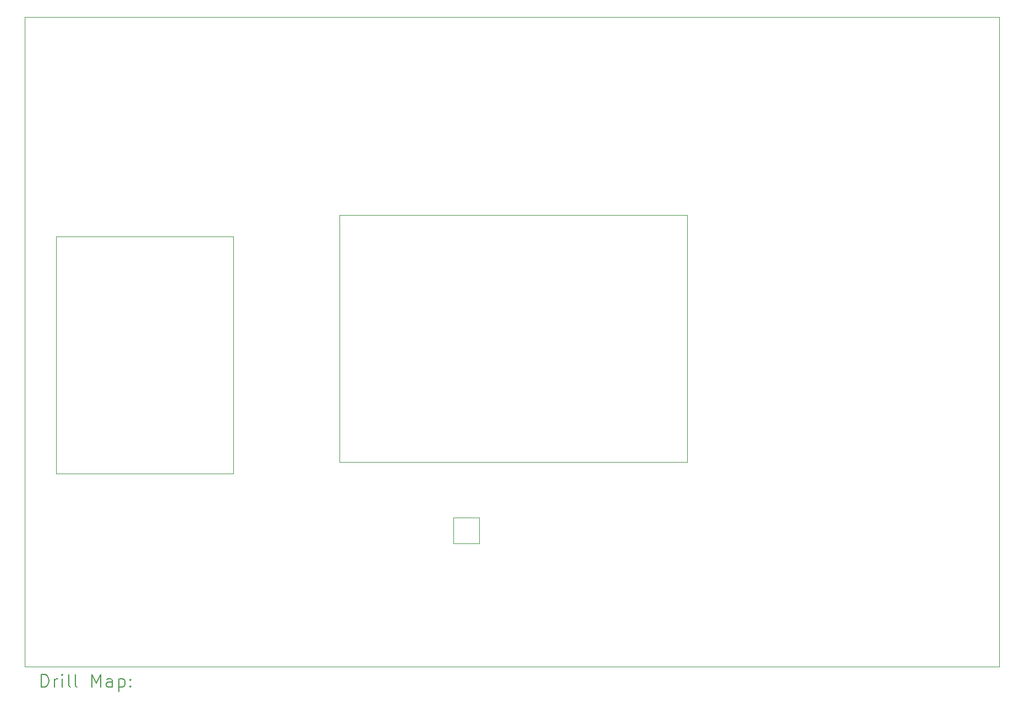
<source format=gbr>
%TF.GenerationSoftware,KiCad,Pcbnew,8.0.0*%
%TF.CreationDate,2024-05-22T20:52:54+02:00*%
%TF.ProjectId,Game_Board_v1,47616d65-5f42-46f6-9172-645f76312e6b,rev?*%
%TF.SameCoordinates,Original*%
%TF.FileFunction,Drillmap*%
%TF.FilePolarity,Positive*%
%FSLAX45Y45*%
G04 Gerber Fmt 4.5, Leading zero omitted, Abs format (unit mm)*
G04 Created by KiCad (PCBNEW 8.0.0) date 2024-05-22 20:52:54*
%MOMM*%
%LPD*%
G01*
G04 APERTURE LIST*
%ADD10C,0.050000*%
%ADD11C,0.200000*%
G04 APERTURE END LIST*
D10*
X13200000Y-6350000D02*
X28200000Y-6350000D01*
X28200000Y-16350000D01*
X13200000Y-16350000D01*
X13200000Y-6350000D01*
X13685000Y-9730000D02*
X16410000Y-9730000D01*
X16410000Y-13380000D01*
X13685000Y-13380000D01*
X13685000Y-9730000D01*
X19800000Y-14050000D02*
X20200000Y-14050000D01*
X20200000Y-14450000D01*
X19800000Y-14450000D01*
X19800000Y-14050000D01*
X18050000Y-9400000D02*
X23400000Y-9400000D01*
X23400000Y-13200000D01*
X18050000Y-13200000D01*
X18050000Y-9400000D01*
D11*
X13458277Y-16663984D02*
X13458277Y-16463984D01*
X13458277Y-16463984D02*
X13505896Y-16463984D01*
X13505896Y-16463984D02*
X13534467Y-16473508D01*
X13534467Y-16473508D02*
X13553515Y-16492555D01*
X13553515Y-16492555D02*
X13563039Y-16511603D01*
X13563039Y-16511603D02*
X13572562Y-16549698D01*
X13572562Y-16549698D02*
X13572562Y-16578269D01*
X13572562Y-16578269D02*
X13563039Y-16616365D01*
X13563039Y-16616365D02*
X13553515Y-16635412D01*
X13553515Y-16635412D02*
X13534467Y-16654460D01*
X13534467Y-16654460D02*
X13505896Y-16663984D01*
X13505896Y-16663984D02*
X13458277Y-16663984D01*
X13658277Y-16663984D02*
X13658277Y-16530650D01*
X13658277Y-16568746D02*
X13667801Y-16549698D01*
X13667801Y-16549698D02*
X13677324Y-16540174D01*
X13677324Y-16540174D02*
X13696372Y-16530650D01*
X13696372Y-16530650D02*
X13715420Y-16530650D01*
X13782086Y-16663984D02*
X13782086Y-16530650D01*
X13782086Y-16463984D02*
X13772562Y-16473508D01*
X13772562Y-16473508D02*
X13782086Y-16483031D01*
X13782086Y-16483031D02*
X13791610Y-16473508D01*
X13791610Y-16473508D02*
X13782086Y-16463984D01*
X13782086Y-16463984D02*
X13782086Y-16483031D01*
X13905896Y-16663984D02*
X13886848Y-16654460D01*
X13886848Y-16654460D02*
X13877324Y-16635412D01*
X13877324Y-16635412D02*
X13877324Y-16463984D01*
X14010658Y-16663984D02*
X13991610Y-16654460D01*
X13991610Y-16654460D02*
X13982086Y-16635412D01*
X13982086Y-16635412D02*
X13982086Y-16463984D01*
X14239229Y-16663984D02*
X14239229Y-16463984D01*
X14239229Y-16463984D02*
X14305896Y-16606841D01*
X14305896Y-16606841D02*
X14372562Y-16463984D01*
X14372562Y-16463984D02*
X14372562Y-16663984D01*
X14553515Y-16663984D02*
X14553515Y-16559222D01*
X14553515Y-16559222D02*
X14543991Y-16540174D01*
X14543991Y-16540174D02*
X14524943Y-16530650D01*
X14524943Y-16530650D02*
X14486848Y-16530650D01*
X14486848Y-16530650D02*
X14467801Y-16540174D01*
X14553515Y-16654460D02*
X14534467Y-16663984D01*
X14534467Y-16663984D02*
X14486848Y-16663984D01*
X14486848Y-16663984D02*
X14467801Y-16654460D01*
X14467801Y-16654460D02*
X14458277Y-16635412D01*
X14458277Y-16635412D02*
X14458277Y-16616365D01*
X14458277Y-16616365D02*
X14467801Y-16597317D01*
X14467801Y-16597317D02*
X14486848Y-16587793D01*
X14486848Y-16587793D02*
X14534467Y-16587793D01*
X14534467Y-16587793D02*
X14553515Y-16578269D01*
X14648753Y-16530650D02*
X14648753Y-16730650D01*
X14648753Y-16540174D02*
X14667801Y-16530650D01*
X14667801Y-16530650D02*
X14705896Y-16530650D01*
X14705896Y-16530650D02*
X14724943Y-16540174D01*
X14724943Y-16540174D02*
X14734467Y-16549698D01*
X14734467Y-16549698D02*
X14743991Y-16568746D01*
X14743991Y-16568746D02*
X14743991Y-16625888D01*
X14743991Y-16625888D02*
X14734467Y-16644936D01*
X14734467Y-16644936D02*
X14724943Y-16654460D01*
X14724943Y-16654460D02*
X14705896Y-16663984D01*
X14705896Y-16663984D02*
X14667801Y-16663984D01*
X14667801Y-16663984D02*
X14648753Y-16654460D01*
X14829705Y-16644936D02*
X14839229Y-16654460D01*
X14839229Y-16654460D02*
X14829705Y-16663984D01*
X14829705Y-16663984D02*
X14820182Y-16654460D01*
X14820182Y-16654460D02*
X14829705Y-16644936D01*
X14829705Y-16644936D02*
X14829705Y-16663984D01*
X14829705Y-16540174D02*
X14839229Y-16549698D01*
X14839229Y-16549698D02*
X14829705Y-16559222D01*
X14829705Y-16559222D02*
X14820182Y-16549698D01*
X14820182Y-16549698D02*
X14829705Y-16540174D01*
X14829705Y-16540174D02*
X14829705Y-16559222D01*
M02*

</source>
